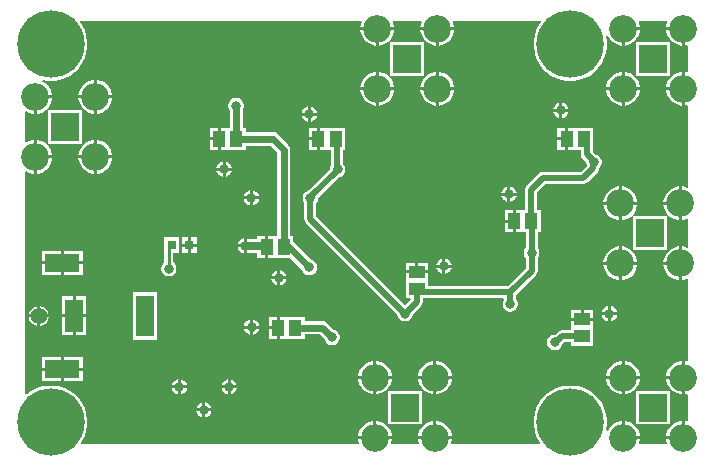
<source format=gtl>
G04*
G04 #@! TF.GenerationSoftware,Altium Limited,Altium Designer,24.1.2 (44)*
G04*
G04 Layer_Physical_Order=1*
G04 Layer_Color=255*
%FSLAX44Y44*%
%MOMM*%
G71*
G04*
G04 #@! TF.SameCoordinates,4DB1EA52-69EA-4262-BFD2-8653D691B8C7*
G04*
G04*
G04 #@! TF.FilePolarity,Positive*
G04*
G01*
G75*
%ADD13C,0.2540*%
%ADD15R,1.3562X1.0546*%
%ADD16R,1.0546X1.3562*%
%ADD17R,0.8000X0.8000*%
%ADD19R,2.3400X2.3400*%
%ADD20C,2.3400*%
%ADD21R,2.3400X2.3400*%
%ADD27C,0.6350*%
%ADD28C,0.6250*%
%ADD29C,0.5000*%
%ADD30C,5.7000*%
%ADD31R,3.0000X1.5000*%
%ADD32C,1.4000*%
%ADD33R,1.5000X3.5000*%
%ADD34R,1.5000X2.8000*%
%ADD35C,0.8000*%
G36*
X552306Y368900D02*
X552130Y368596D01*
X551160Y364975D01*
Y364370D01*
X565400D01*
Y363100D01*
X566670D01*
Y348860D01*
X567275D01*
X568992Y349320D01*
X570000Y348547D01*
Y326853D01*
X568992Y326080D01*
X567275Y326540D01*
X566670D01*
Y312300D01*
Y298060D01*
X567275D01*
X568992Y298520D01*
X570000Y297747D01*
Y229129D01*
X568900Y228494D01*
X568596Y228670D01*
X564975Y229640D01*
X564370D01*
Y215400D01*
Y201160D01*
X564975D01*
X568596Y202130D01*
X568900Y202306D01*
X570000Y201671D01*
Y178329D01*
X568900Y177694D01*
X568596Y177870D01*
X564975Y178840D01*
X564370D01*
Y164600D01*
Y150360D01*
X564975D01*
X568596Y151330D01*
X568900Y151506D01*
X570000Y150871D01*
Y82253D01*
X568992Y81480D01*
X567275Y81940D01*
X566670D01*
Y67700D01*
Y53460D01*
X567275D01*
X568992Y53920D01*
X570000Y53147D01*
Y31453D01*
X568992Y30680D01*
X567275Y31140D01*
X566670D01*
Y16900D01*
X565400D01*
Y15630D01*
X551160D01*
Y15025D01*
X551816Y12578D01*
X550841Y11308D01*
X529159D01*
X528184Y12578D01*
X528840Y15025D01*
Y15630D01*
X514600D01*
Y16900D01*
X513330D01*
Y31140D01*
X512725D01*
X509104Y30170D01*
X505856Y28295D01*
X503205Y25644D01*
X501576Y22821D01*
X500358Y23252D01*
X501040Y27557D01*
Y32443D01*
X500276Y37269D01*
X498766Y41915D01*
X496548Y46269D01*
X493676Y50221D01*
X490221Y53676D01*
X486269Y56548D01*
X481915Y58766D01*
X477269Y60276D01*
X472443Y61040D01*
X467557D01*
X462732Y60276D01*
X458085Y58766D01*
X453731Y56548D01*
X449779Y53676D01*
X446324Y50221D01*
X443452Y46269D01*
X441234Y41915D01*
X439724Y37269D01*
X438960Y32443D01*
Y27557D01*
X439724Y22731D01*
X441234Y18085D01*
X443452Y13731D01*
X444391Y12439D01*
X443815Y11308D01*
X369959D01*
X368984Y12578D01*
X369640Y15025D01*
Y15630D01*
X355400D01*
X341160D01*
Y15025D01*
X341816Y12578D01*
X340841Y11308D01*
X319159D01*
X318184Y12578D01*
X318840Y15025D01*
Y15630D01*
X304600D01*
X290360D01*
Y15025D01*
X291016Y12578D01*
X290041Y11308D01*
X56185D01*
X55609Y12439D01*
X56548Y13731D01*
X58766Y18085D01*
X60276Y22731D01*
X61040Y27557D01*
Y32443D01*
X60276Y37269D01*
X58766Y41915D01*
X56548Y46269D01*
X53676Y50221D01*
X50221Y53676D01*
X46269Y56548D01*
X41915Y58766D01*
X37269Y60276D01*
X32443Y61040D01*
X27557D01*
X22731Y60276D01*
X18085Y58766D01*
X13731Y56548D01*
X9779Y53676D01*
X9660Y53557D01*
X8486Y54043D01*
Y241745D01*
X9586Y242380D01*
X11404Y241330D01*
X15025Y240360D01*
X15630D01*
Y254600D01*
Y268840D01*
X15025D01*
X11404Y267870D01*
X9586Y266820D01*
X8486Y267455D01*
Y292545D01*
X9586Y293180D01*
X11404Y292130D01*
X15025Y291160D01*
X15630D01*
Y305400D01*
X16900D01*
Y306670D01*
X31140D01*
Y307275D01*
X30170Y310896D01*
X28295Y314144D01*
X25644Y316795D01*
X22821Y318424D01*
X23252Y319642D01*
X27557Y318960D01*
X32443D01*
X37269Y319724D01*
X41915Y321234D01*
X46269Y323452D01*
X50221Y326324D01*
X53676Y329779D01*
X56548Y333731D01*
X58766Y338085D01*
X60276Y342732D01*
X61040Y347557D01*
Y352443D01*
X60276Y357269D01*
X58766Y361915D01*
X56548Y366269D01*
X54659Y368868D01*
X55235Y370000D01*
X292780D01*
X293415Y368900D01*
X293240Y368597D01*
X292270Y364975D01*
Y364370D01*
X306510D01*
X320750D01*
Y364975D01*
X319779Y368597D01*
X319604Y368900D01*
X320239Y370000D01*
X343580D01*
X344215Y368900D01*
X344040Y368597D01*
X343070Y364975D01*
Y364370D01*
X357310D01*
X371550D01*
Y364975D01*
X370579Y368597D01*
X370404Y368900D01*
X371039Y370000D01*
X444765D01*
X445341Y368868D01*
X443452Y366269D01*
X441234Y361915D01*
X439724Y357269D01*
X438960Y352443D01*
Y347557D01*
X439724Y342732D01*
X441234Y338085D01*
X443452Y333731D01*
X446324Y329779D01*
X449779Y326324D01*
X453731Y323452D01*
X458085Y321234D01*
X462732Y319724D01*
X467557Y318960D01*
X472443D01*
X477269Y319724D01*
X481915Y321234D01*
X486269Y323452D01*
X490221Y326324D01*
X493676Y329779D01*
X496548Y333731D01*
X498766Y338085D01*
X500276Y342732D01*
X501040Y347557D01*
Y352443D01*
X500358Y356748D01*
X501576Y357179D01*
X503205Y354356D01*
X505856Y351705D01*
X509104Y349830D01*
X512725Y348860D01*
X513330D01*
Y363100D01*
X514600D01*
Y364370D01*
X528840D01*
Y364975D01*
X527870Y368596D01*
X527694Y368900D01*
X528329Y370000D01*
X551671D01*
X552306Y368900D01*
D02*
G37*
%LPC*%
G36*
X371550Y361830D02*
X358580D01*
Y348860D01*
X359184D01*
X362806Y349831D01*
X366053Y351705D01*
X368705Y354357D01*
X370579Y357604D01*
X371550Y361225D01*
Y361830D01*
D02*
G37*
G36*
X356040D02*
X343070D01*
Y361225D01*
X344040Y357604D01*
X345915Y354357D01*
X348566Y351705D01*
X351813Y349831D01*
X355435Y348860D01*
X356040D01*
Y361830D01*
D02*
G37*
G36*
X320750D02*
X307780D01*
Y348860D01*
X308384D01*
X312006Y349831D01*
X315253Y351705D01*
X317905Y354357D01*
X319779Y357604D01*
X320750Y361225D01*
Y361830D01*
D02*
G37*
G36*
X305240D02*
X292270D01*
Y361225D01*
X293240Y357604D01*
X295115Y354357D01*
X297766Y351705D01*
X301013Y349831D01*
X304635Y348860D01*
X305240D01*
Y361830D01*
D02*
G37*
G36*
X564130Y361830D02*
X551160D01*
Y361225D01*
X552130Y357604D01*
X554005Y354356D01*
X556656Y351705D01*
X559904Y349830D01*
X563525Y348860D01*
X564130D01*
Y361830D01*
D02*
G37*
G36*
X528840D02*
X515870D01*
Y348860D01*
X516475D01*
X520096Y349830D01*
X523344Y351705D01*
X525995Y354356D01*
X527870Y357604D01*
X528840Y361225D01*
Y361830D01*
D02*
G37*
G36*
X346150Y351940D02*
X317670D01*
Y323460D01*
X346150D01*
Y351940D01*
D02*
G37*
G36*
X554240Y351940D02*
X525760D01*
Y323460D01*
X554240D01*
Y351940D01*
D02*
G37*
G36*
X359184Y326540D02*
X358580D01*
Y313570D01*
X371550D01*
Y314175D01*
X370579Y317797D01*
X368705Y321044D01*
X366053Y323695D01*
X362806Y325570D01*
X359184Y326540D01*
D02*
G37*
G36*
X308384D02*
X307780D01*
Y313570D01*
X320750D01*
Y314175D01*
X319779Y317797D01*
X317905Y321044D01*
X315253Y323695D01*
X312006Y325570D01*
X308384Y326540D01*
D02*
G37*
G36*
X356040D02*
X355435D01*
X351813Y325570D01*
X348566Y323695D01*
X345915Y321044D01*
X344040Y317797D01*
X343070Y314175D01*
Y313570D01*
X356040D01*
Y326540D01*
D02*
G37*
G36*
X305240D02*
X304635D01*
X301013Y325570D01*
X297766Y323695D01*
X295115Y321044D01*
X293240Y317797D01*
X292270Y314175D01*
Y313570D01*
X305240D01*
Y326540D01*
D02*
G37*
G36*
X516475Y326540D02*
X515870D01*
Y313570D01*
X528840D01*
Y314175D01*
X527870Y317796D01*
X525995Y321044D01*
X523344Y323695D01*
X520096Y325570D01*
X516475Y326540D01*
D02*
G37*
G36*
X564130D02*
X563525D01*
X559904Y325570D01*
X556656Y323695D01*
X554005Y321044D01*
X552130Y317796D01*
X551160Y314175D01*
Y313570D01*
X564130D01*
Y326540D01*
D02*
G37*
G36*
X513330D02*
X512725D01*
X509104Y325570D01*
X505856Y323695D01*
X503205Y321044D01*
X501330Y317796D01*
X500360Y314175D01*
Y313570D01*
X513330D01*
Y326540D01*
D02*
G37*
G36*
X69575Y319640D02*
X68970D01*
Y306670D01*
X81940D01*
Y307275D01*
X80970Y310896D01*
X79095Y314144D01*
X76444Y316795D01*
X73196Y318670D01*
X69575Y319640D01*
D02*
G37*
G36*
X66430D02*
X65825D01*
X62204Y318670D01*
X58956Y316795D01*
X56305Y314144D01*
X54430Y310896D01*
X53460Y307275D01*
Y306670D01*
X66430D01*
Y319640D01*
D02*
G37*
G36*
X371550Y311030D02*
X358580D01*
Y298060D01*
X359184D01*
X362806Y299031D01*
X366053Y300905D01*
X368705Y303557D01*
X370579Y306804D01*
X371550Y310425D01*
Y311030D01*
D02*
G37*
G36*
X356040D02*
X343070D01*
Y310425D01*
X344040Y306804D01*
X345915Y303557D01*
X348566Y300905D01*
X351813Y299031D01*
X355435Y298060D01*
X356040D01*
Y311030D01*
D02*
G37*
G36*
X320750D02*
X307780D01*
Y298060D01*
X308384D01*
X312006Y299031D01*
X315253Y300905D01*
X317905Y303557D01*
X319779Y306804D01*
X320750Y310425D01*
Y311030D01*
D02*
G37*
G36*
X305240D02*
X292270D01*
Y310425D01*
X293240Y306804D01*
X295115Y303557D01*
X297766Y300905D01*
X301013Y299031D01*
X304635Y298060D01*
X305240D01*
Y311030D01*
D02*
G37*
G36*
X564130Y311030D02*
X551160D01*
Y310425D01*
X552130Y306804D01*
X554005Y303556D01*
X556656Y300905D01*
X559904Y299030D01*
X563525Y298060D01*
X564130D01*
Y311030D01*
D02*
G37*
G36*
X528840D02*
X515870D01*
Y298060D01*
X516475D01*
X520096Y299030D01*
X523344Y300905D01*
X525995Y303556D01*
X527870Y306804D01*
X528840Y310425D01*
Y311030D01*
D02*
G37*
G36*
X513330D02*
X500360D01*
Y310425D01*
X501330Y306804D01*
X503205Y303556D01*
X505856Y300905D01*
X509104Y299030D01*
X512725Y298060D01*
X513330D01*
Y311030D01*
D02*
G37*
G36*
X463270Y300430D02*
Y295270D01*
X468430D01*
X468094Y296524D01*
X467233Y298016D01*
X466016Y299233D01*
X464524Y300094D01*
X463270Y300430D01*
D02*
G37*
G36*
X460730D02*
X459476Y300094D01*
X457984Y299233D01*
X456767Y298016D01*
X455906Y296524D01*
X455570Y295270D01*
X460730D01*
Y300430D01*
D02*
G37*
G36*
X250262Y297292D02*
Y292132D01*
X255423D01*
X255087Y293386D01*
X254226Y294878D01*
X253008Y296095D01*
X251517Y296956D01*
X250262Y297292D01*
D02*
G37*
G36*
X247722D02*
X246468Y296956D01*
X244977Y296095D01*
X243759Y294878D01*
X242898Y293386D01*
X242562Y292132D01*
X247722D01*
Y297292D01*
D02*
G37*
G36*
X81940Y304130D02*
X68970D01*
Y291160D01*
X69575D01*
X73196Y292130D01*
X76444Y294005D01*
X79095Y296656D01*
X80970Y299904D01*
X81940Y303525D01*
Y304130D01*
D02*
G37*
G36*
X66430D02*
X53460D01*
Y303525D01*
X54430Y299904D01*
X56305Y296656D01*
X58956Y294005D01*
X62204Y292130D01*
X65825Y291160D01*
X66430D01*
Y304130D01*
D02*
G37*
G36*
X31140D02*
X18170D01*
Y291160D01*
X18775D01*
X22396Y292130D01*
X25644Y294005D01*
X28295Y296656D01*
X30170Y299904D01*
X31140Y303525D01*
Y304130D01*
D02*
G37*
G36*
X468430Y292730D02*
X463270D01*
Y287570D01*
X464524Y287906D01*
X466016Y288767D01*
X467233Y289984D01*
X468094Y291476D01*
X468430Y292730D01*
D02*
G37*
G36*
X460730D02*
X455570D01*
X455906Y291476D01*
X456767Y289984D01*
X457984Y288767D01*
X459476Y287906D01*
X460730Y287570D01*
Y292730D01*
D02*
G37*
G36*
X255423Y289592D02*
X250262D01*
Y284432D01*
X251517Y284768D01*
X253008Y285629D01*
X254226Y286847D01*
X255087Y288338D01*
X255423Y289592D01*
D02*
G37*
G36*
X247722D02*
X242562D01*
X242898Y288338D01*
X243759Y286847D01*
X244977Y285629D01*
X246468Y284768D01*
X247722Y284432D01*
Y289592D01*
D02*
G37*
G36*
X171472Y279321D02*
X164929D01*
Y271270D01*
X171472D01*
Y279321D01*
D02*
G37*
G36*
X465472D02*
X458929D01*
Y271270D01*
X465472D01*
Y279321D01*
D02*
G37*
G36*
X255472D02*
X248929D01*
Y271270D01*
X255472D01*
Y279321D01*
D02*
G37*
G36*
X56540Y294240D02*
X28060D01*
Y265760D01*
X56540D01*
Y294240D01*
D02*
G37*
G36*
X465472Y268730D02*
X458929D01*
Y260679D01*
X465472D01*
Y268730D01*
D02*
G37*
G36*
X255472D02*
X248929D01*
Y260679D01*
X255472D01*
Y268730D01*
D02*
G37*
G36*
X171472D02*
X164929D01*
Y260679D01*
X171472D01*
Y268730D01*
D02*
G37*
G36*
X69575Y268840D02*
X68970D01*
Y255870D01*
X81940D01*
Y256475D01*
X80970Y260096D01*
X79095Y263344D01*
X76444Y265995D01*
X73196Y267870D01*
X69575Y268840D01*
D02*
G37*
G36*
X66430D02*
X65825D01*
X62204Y267870D01*
X58956Y265995D01*
X56305Y263344D01*
X54430Y260096D01*
X53460Y256475D01*
Y255870D01*
X66430D01*
Y268840D01*
D02*
G37*
G36*
X18775D02*
X18170D01*
Y255870D01*
X31140D01*
Y256475D01*
X30170Y260096D01*
X28295Y263344D01*
X25644Y265995D01*
X22396Y267870D01*
X18775Y268840D01*
D02*
G37*
G36*
X178072Y250685D02*
Y245524D01*
X183233D01*
X182897Y246778D01*
X182036Y248270D01*
X180818Y249487D01*
X179327Y250348D01*
X178072Y250685D01*
D02*
G37*
G36*
X175532D02*
X174278Y250348D01*
X172787Y249487D01*
X171569Y248270D01*
X170708Y246778D01*
X170372Y245524D01*
X175532D01*
Y250685D01*
D02*
G37*
G36*
X81940Y253330D02*
X68970D01*
Y240360D01*
X69575D01*
X73196Y241330D01*
X76444Y243205D01*
X79095Y245856D01*
X80970Y249104D01*
X81940Y252725D01*
Y253330D01*
D02*
G37*
G36*
X66430D02*
X53460D01*
Y252725D01*
X54430Y249104D01*
X56305Y245856D01*
X58956Y243205D01*
X62204Y241330D01*
X65825Y240360D01*
X66430D01*
Y253330D01*
D02*
G37*
G36*
X31140D02*
X18170D01*
Y240360D01*
X18775D01*
X22396Y241330D01*
X25644Y243205D01*
X28295Y245856D01*
X30170Y249104D01*
X31140Y252725D01*
Y253330D01*
D02*
G37*
G36*
X183233Y242984D02*
X178072D01*
Y237824D01*
X179327Y238160D01*
X180818Y239021D01*
X182036Y240238D01*
X182897Y241730D01*
X183233Y242984D01*
D02*
G37*
G36*
X175532D02*
X170372D01*
X170708Y241730D01*
X171569Y240238D01*
X172787Y239021D01*
X174278Y238160D01*
X175532Y237824D01*
Y242984D01*
D02*
G37*
G36*
X419270Y229430D02*
Y224270D01*
X424430D01*
X424094Y225524D01*
X423233Y227016D01*
X422016Y228233D01*
X420524Y229094D01*
X419270Y229430D01*
D02*
G37*
G36*
X416730D02*
X415476Y229094D01*
X413984Y228233D01*
X412767Y227016D01*
X411906Y225524D01*
X411570Y224270D01*
X416730D01*
Y229430D01*
D02*
G37*
G36*
X201270Y226430D02*
Y221270D01*
X206430D01*
X206094Y222524D01*
X205233Y224016D01*
X204016Y225233D01*
X202524Y226094D01*
X201270Y226430D01*
D02*
G37*
G36*
X198730D02*
X197476Y226094D01*
X195984Y225233D01*
X194767Y224016D01*
X193906Y222524D01*
X193570Y221270D01*
X198730D01*
Y226430D01*
D02*
G37*
G36*
X514175Y229640D02*
X513570D01*
Y216670D01*
X526540D01*
Y217275D01*
X525570Y220896D01*
X523695Y224144D01*
X521044Y226795D01*
X517797Y228670D01*
X514175Y229640D01*
D02*
G37*
G36*
X561830D02*
X561225D01*
X557604Y228670D01*
X554356Y226795D01*
X551705Y224144D01*
X549831Y220896D01*
X548860Y217275D01*
Y216670D01*
X561830D01*
Y229640D01*
D02*
G37*
G36*
X511030D02*
X510425D01*
X506804Y228670D01*
X503557Y226795D01*
X500905Y224144D01*
X499030Y220896D01*
X498060Y217275D01*
Y216670D01*
X511030D01*
Y229640D01*
D02*
G37*
G36*
X424430Y221730D02*
X419270D01*
Y216570D01*
X420524Y216906D01*
X422016Y217767D01*
X423233Y218984D01*
X424094Y220476D01*
X424430Y221730D01*
D02*
G37*
G36*
X416730D02*
X411570D01*
X411906Y220476D01*
X412767Y218984D01*
X413984Y217767D01*
X415476Y216906D01*
X416730Y216570D01*
Y221730D01*
D02*
G37*
G36*
X206430Y218730D02*
X201270D01*
Y213570D01*
X202524Y213906D01*
X204016Y214767D01*
X205233Y215984D01*
X206094Y217476D01*
X206430Y218730D01*
D02*
G37*
G36*
X198730D02*
X193570D01*
X193906Y217476D01*
X194767Y215984D01*
X195984Y214767D01*
X197476Y213906D01*
X198730Y213570D01*
Y218730D01*
D02*
G37*
G36*
X421230Y209321D02*
X414687D01*
Y201270D01*
X421230D01*
Y209321D01*
D02*
G37*
G36*
X561830Y214130D02*
X548860D01*
Y213525D01*
X549831Y209904D01*
X551705Y206656D01*
X554356Y204005D01*
X557604Y202130D01*
X561225Y201160D01*
X561830D01*
Y214130D01*
D02*
G37*
G36*
X526540D02*
X513570D01*
Y201160D01*
X514175D01*
X517797Y202130D01*
X521044Y204005D01*
X523695Y206656D01*
X525570Y209904D01*
X526540Y213525D01*
Y214130D01*
D02*
G37*
G36*
X511030D02*
X498060D01*
Y213525D01*
X499030Y209904D01*
X500905Y206656D01*
X503557Y204005D01*
X506804Y202130D01*
X510425Y201160D01*
X511030D01*
Y214130D01*
D02*
G37*
G36*
X421230Y198730D02*
X414687D01*
Y190679D01*
X421230D01*
Y198730D01*
D02*
G37*
G36*
X211472Y187821D02*
X204929D01*
Y185193D01*
X197789D01*
X197255Y185501D01*
X196001Y185837D01*
Y179407D01*
Y172976D01*
X197255Y173312D01*
X197789Y173620D01*
X204929D01*
Y169179D01*
X211472D01*
Y178500D01*
Y187821D01*
D02*
G37*
G36*
X154040Y186540D02*
X148770D01*
Y181270D01*
X154040D01*
Y186540D01*
D02*
G37*
G36*
X146230D02*
X140960D01*
Y181270D01*
X146230D01*
Y186540D01*
D02*
G37*
G36*
X193461Y185837D02*
X192207Y185501D01*
X190715Y184640D01*
X189498Y183422D01*
X188637Y181931D01*
X188301Y180677D01*
X193461D01*
Y185837D01*
D02*
G37*
G36*
X551940Y204240D02*
X523460D01*
Y175760D01*
X551940D01*
Y204240D01*
D02*
G37*
G36*
X154040Y178730D02*
X148770D01*
Y173460D01*
X154040D01*
Y178730D01*
D02*
G37*
G36*
X146230D02*
X140960D01*
Y173460D01*
X146230D01*
Y178730D01*
D02*
G37*
G36*
X193461Y178137D02*
X188301D01*
X188637Y176882D01*
X189498Y175391D01*
X190715Y174173D01*
X192207Y173312D01*
X193461Y172976D01*
Y178137D01*
D02*
G37*
G36*
X57540Y175040D02*
X41270D01*
Y166270D01*
X57540D01*
Y175040D01*
D02*
G37*
G36*
X38730D02*
X22460D01*
Y166270D01*
X38730D01*
Y175040D01*
D02*
G37*
G36*
X514175Y178840D02*
X513570D01*
Y165870D01*
X526540D01*
Y166475D01*
X525570Y170096D01*
X523695Y173344D01*
X521044Y175995D01*
X517797Y177870D01*
X514175Y178840D01*
D02*
G37*
G36*
X561830D02*
X561225D01*
X557604Y177870D01*
X554356Y175995D01*
X551705Y173344D01*
X549831Y170096D01*
X548860Y166475D01*
Y165870D01*
X561830D01*
Y178840D01*
D02*
G37*
G36*
X511030D02*
X510425D01*
X506804Y177870D01*
X503557Y175995D01*
X500905Y173344D01*
X499030Y170096D01*
X498060Y166475D01*
Y165870D01*
X511030D01*
Y178840D01*
D02*
G37*
G36*
X364270Y168430D02*
Y163270D01*
X369430D01*
X369094Y164524D01*
X368233Y166016D01*
X367016Y167233D01*
X365524Y168094D01*
X364270Y168430D01*
D02*
G37*
G36*
X361730D02*
X360476Y168094D01*
X358984Y167233D01*
X357767Y166016D01*
X356906Y164524D01*
X356570Y163270D01*
X361730D01*
Y168430D01*
D02*
G37*
G36*
X349321Y165071D02*
X341270D01*
Y158528D01*
X349321D01*
Y165071D01*
D02*
G37*
G36*
X338730D02*
X330679D01*
Y158528D01*
X338730D01*
Y165071D01*
D02*
G37*
G36*
X369430Y160730D02*
X364270D01*
Y155570D01*
X365524Y155906D01*
X367016Y156767D01*
X368233Y157984D01*
X369094Y159476D01*
X369430Y160730D01*
D02*
G37*
G36*
X361730D02*
X356570D01*
X356906Y159476D01*
X357767Y157984D01*
X358984Y156767D01*
X360476Y155906D01*
X361730Y155570D01*
Y160730D01*
D02*
G37*
G36*
X57540Y163730D02*
X41270D01*
Y154960D01*
X57540D01*
Y163730D01*
D02*
G37*
G36*
X38730D02*
X22460D01*
Y154960D01*
X38730D01*
Y163730D01*
D02*
G37*
G36*
X187861Y304540D02*
X186139D01*
X184476Y304094D01*
X182984Y303233D01*
X181767Y302016D01*
X180906Y300524D01*
X180460Y298861D01*
Y297139D01*
X180906Y295476D01*
X181523Y294407D01*
Y279321D01*
X174012D01*
Y270000D01*
Y260679D01*
X195071D01*
Y264265D01*
X215624D01*
X221523Y258367D01*
Y187821D01*
X214012D01*
Y178500D01*
Y169179D01*
X232710D01*
X242740Y159149D01*
X242926Y158455D01*
X243787Y156964D01*
X245005Y155746D01*
X246496Y154886D01*
X248159Y154440D01*
X249881D01*
X251545Y154886D01*
X253036Y155746D01*
X254254Y156964D01*
X255114Y158455D01*
X255560Y160119D01*
Y161841D01*
X255114Y163504D01*
X254254Y164995D01*
X253036Y166213D01*
X251545Y167074D01*
X250851Y167260D01*
X235555Y182555D01*
X235071Y182879D01*
Y187821D01*
X232993D01*
Y260742D01*
X232556Y262937D01*
X231313Y264798D01*
X222055Y274055D01*
X220195Y275299D01*
X218000Y275735D01*
X195071D01*
Y279321D01*
X192993D01*
Y295300D01*
X193094Y295476D01*
X193540Y297139D01*
Y298861D01*
X193094Y300524D01*
X192233Y302016D01*
X191016Y303233D01*
X189524Y304094D01*
X187861Y304540D01*
D02*
G37*
G36*
X224399Y158736D02*
Y153575D01*
X229559D01*
X229223Y154830D01*
X228362Y156321D01*
X227144Y157538D01*
X225653Y158399D01*
X224399Y158736D01*
D02*
G37*
G36*
X221859D02*
X220604Y158399D01*
X219113Y157538D01*
X217896Y156321D01*
X217034Y154830D01*
X216698Y153575D01*
X221859D01*
Y158736D01*
D02*
G37*
G36*
X139040Y186540D02*
X125960D01*
Y173460D01*
X126156D01*
Y165333D01*
X125984Y165233D01*
X124767Y164016D01*
X123906Y162524D01*
X123460Y160861D01*
Y159139D01*
X123906Y157476D01*
X124767Y155984D01*
X125984Y154767D01*
X127476Y153906D01*
X129139Y153460D01*
X130861D01*
X132524Y153906D01*
X134016Y154767D01*
X135233Y155984D01*
X136094Y157476D01*
X136540Y159139D01*
Y160861D01*
X136094Y162524D01*
X135233Y164016D01*
X134016Y165233D01*
X133844Y165333D01*
Y173460D01*
X139040D01*
Y186540D01*
D02*
G37*
G36*
X561830Y163330D02*
X548860D01*
Y162725D01*
X549831Y159104D01*
X551705Y155856D01*
X554356Y153205D01*
X557604Y151330D01*
X561225Y150360D01*
X561830D01*
Y163330D01*
D02*
G37*
G36*
X526540D02*
X513570D01*
Y150360D01*
X514175D01*
X517797Y151330D01*
X521044Y153205D01*
X523695Y155856D01*
X525570Y159104D01*
X526540Y162725D01*
Y163330D01*
D02*
G37*
G36*
X511030D02*
X498060D01*
Y162725D01*
X499030Y159104D01*
X500905Y155856D01*
X503557Y153205D01*
X506804Y151330D01*
X510425Y150360D01*
X511030D01*
Y163330D01*
D02*
G37*
G36*
X229559Y151035D02*
X224399D01*
Y145875D01*
X225653Y146211D01*
X227144Y147072D01*
X228362Y148289D01*
X229223Y149781D01*
X229559Y151035D01*
D02*
G37*
G36*
X221859D02*
X216698D01*
X217034Y149781D01*
X217896Y148289D01*
X219113Y147072D01*
X220604Y146211D01*
X221859Y145875D01*
Y151035D01*
D02*
G37*
G36*
X489071Y279321D02*
X468012D01*
Y270000D01*
Y260679D01*
X478933D01*
Y256781D01*
X479321Y254830D01*
X480426Y253176D01*
X483460Y250142D01*
Y249139D01*
X483906Y247476D01*
X484038Y247247D01*
X478888Y242098D01*
X447000D01*
X445049Y241710D01*
X443395Y240605D01*
X433411Y230620D01*
X432306Y228967D01*
X431918Y227016D01*
Y209321D01*
X423770D01*
Y200000D01*
Y190679D01*
X432160D01*
Y177409D01*
X432025Y177274D01*
X431164Y175782D01*
X430718Y174119D01*
Y172397D01*
X431164Y170734D01*
X432025Y169242D01*
X432160Y169107D01*
Y160369D01*
X416888Y145098D01*
X349321D01*
Y149445D01*
Y155988D01*
X340000D01*
X330679D01*
Y149445D01*
Y134929D01*
X334327D01*
X334664Y133659D01*
X330139Y129135D01*
X254936Y204338D01*
Y215779D01*
X255072Y215915D01*
X255933Y217406D01*
X256378Y219069D01*
Y219715D01*
X274220Y237556D01*
X275524Y237906D01*
X277016Y238767D01*
X278233Y239984D01*
X279094Y241476D01*
X279540Y243139D01*
Y244861D01*
X279094Y246524D01*
X278233Y248016D01*
X277524Y248725D01*
Y260679D01*
X279071D01*
Y279321D01*
X258012D01*
Y270000D01*
Y260679D01*
X267328D01*
Y247256D01*
X266906Y246524D01*
X266460Y244861D01*
Y244216D01*
X248619Y226374D01*
X247314Y226024D01*
X245823Y225163D01*
X244605Y223946D01*
X243744Y222455D01*
X243298Y220791D01*
Y219069D01*
X243744Y217406D01*
X244605Y215915D01*
X244741Y215779D01*
Y202226D01*
X245129Y200275D01*
X246234Y198621D01*
X323599Y121256D01*
Y121064D01*
X324045Y119401D01*
X324906Y117909D01*
X326124Y116692D01*
X327615Y115831D01*
X329278Y115385D01*
X331000D01*
X332664Y115831D01*
X334155Y116692D01*
X335373Y117909D01*
X336234Y119401D01*
X336679Y121064D01*
Y121256D01*
X343605Y128181D01*
X344710Y129835D01*
X345098Y131786D01*
Y134902D01*
X413178D01*
X413702Y133632D01*
X413059Y132517D01*
X412613Y130854D01*
Y129132D01*
X413059Y127469D01*
X413919Y125977D01*
X415137Y124760D01*
X416628Y123899D01*
X418292Y123453D01*
X420014D01*
X421677Y123899D01*
X423168Y124760D01*
X424386Y125977D01*
X425247Y127469D01*
X425693Y129132D01*
Y130854D01*
X425247Y132517D01*
X424386Y134009D01*
X424098Y134297D01*
Y137888D01*
X440863Y154653D01*
X441968Y156307D01*
X442356Y158258D01*
Y169107D01*
X442491Y169242D01*
X443352Y170734D01*
X443798Y172397D01*
Y174119D01*
X443352Y175782D01*
X442491Y177274D01*
X442356Y177409D01*
Y190679D01*
X444829D01*
Y209321D01*
X442114D01*
Y224904D01*
X449112Y231902D01*
X481000D01*
X482951Y232290D01*
X484605Y233395D01*
X493031Y241821D01*
X494136Y243475D01*
X494487Y245238D01*
X495233Y245984D01*
X496094Y247476D01*
X496540Y249139D01*
Y250861D01*
X496094Y252524D01*
X495233Y254016D01*
X494016Y255233D01*
X492524Y256094D01*
X491708Y256313D01*
X489129Y258892D01*
Y267227D01*
X489071Y267518D01*
Y279321D01*
D02*
G37*
G36*
X504270Y128430D02*
Y123270D01*
X509430D01*
X509094Y124524D01*
X508233Y126016D01*
X507016Y127233D01*
X505524Y128094D01*
X504270Y128430D01*
D02*
G37*
G36*
X501730D02*
X500476Y128094D01*
X498984Y127233D01*
X497767Y126016D01*
X496906Y124524D01*
X496570Y123270D01*
X501730D01*
Y128430D01*
D02*
G37*
G36*
X60040Y136540D02*
X51270D01*
Y121270D01*
X60040D01*
Y136540D01*
D02*
G37*
G36*
X48730D02*
X39960D01*
Y121270D01*
X48730D01*
Y136540D01*
D02*
G37*
G36*
X489321Y125071D02*
X481270D01*
Y118528D01*
X489321D01*
Y125071D01*
D02*
G37*
G36*
X478730D02*
X470679D01*
Y118528D01*
X478730D01*
Y125071D01*
D02*
G37*
G36*
X509430Y120730D02*
X504270D01*
Y115570D01*
X505524Y115906D01*
X507016Y116767D01*
X508233Y117984D01*
X509094Y119476D01*
X509430Y120730D01*
D02*
G37*
G36*
X501730D02*
X496570D01*
X496906Y119476D01*
X497767Y117984D01*
X498984Y116767D01*
X500476Y115906D01*
X501730Y115570D01*
Y120730D01*
D02*
G37*
G36*
X201383Y116930D02*
Y111770D01*
X206543D01*
X206207Y113024D01*
X205346Y114516D01*
X204129Y115733D01*
X202637Y116594D01*
X201383Y116930D01*
D02*
G37*
G36*
X198843D02*
X197589Y116594D01*
X196097Y115733D01*
X194880Y114516D01*
X194019Y113024D01*
X193682Y111770D01*
X198843D01*
Y116930D01*
D02*
G37*
G36*
X21119Y128500D02*
X18881D01*
X16719Y127921D01*
X14781Y126802D01*
X13198Y125219D01*
X12079Y123281D01*
X11500Y121119D01*
Y118881D01*
X12079Y116719D01*
X13198Y114781D01*
X14781Y113198D01*
X16719Y112079D01*
X18881Y111500D01*
X21119D01*
X23281Y112079D01*
X25219Y113198D01*
X26802Y114781D01*
X27921Y116719D01*
X28500Y118881D01*
Y121119D01*
X27921Y123281D01*
X26802Y125219D01*
X25219Y126802D01*
X23281Y127921D01*
X21119Y128500D01*
D02*
G37*
G36*
X221472Y119321D02*
X214929D01*
Y111270D01*
X221472D01*
Y119321D01*
D02*
G37*
G36*
X206543Y109230D02*
X201383D01*
Y104070D01*
X202637Y104406D01*
X204129Y105267D01*
X205346Y106484D01*
X206207Y107976D01*
X206543Y109230D01*
D02*
G37*
G36*
X198843D02*
X193682D01*
X194019Y107976D01*
X194880Y106484D01*
X196097Y105267D01*
X197589Y104406D01*
X198843Y104070D01*
Y109230D01*
D02*
G37*
G36*
X60040Y118730D02*
X51270D01*
Y103460D01*
X60040D01*
Y118730D01*
D02*
G37*
G36*
X48730D02*
X39960D01*
Y103460D01*
X48730D01*
Y118730D01*
D02*
G37*
G36*
X221472Y108730D02*
X214929D01*
Y100679D01*
X221472D01*
Y108730D01*
D02*
G37*
G36*
X120040Y140040D02*
X99960D01*
Y99960D01*
X120040D01*
Y140040D01*
D02*
G37*
G36*
X245071Y119321D02*
X224012D01*
Y110000D01*
Y100679D01*
X245071D01*
Y104265D01*
X257624D01*
X261889Y100000D01*
X262075Y99306D01*
X262936Y97815D01*
X264154Y96597D01*
X265645Y95736D01*
X267308Y95291D01*
X269030D01*
X270694Y95736D01*
X272185Y96597D01*
X273403Y97815D01*
X274264Y99306D01*
X274709Y100970D01*
Y102692D01*
X274264Y104355D01*
X273403Y105846D01*
X272185Y107064D01*
X270694Y107925D01*
X270000Y108111D01*
X264055Y114055D01*
X262195Y115299D01*
X260000Y115735D01*
X245071D01*
Y119321D01*
D02*
G37*
G36*
X489321Y115988D02*
X480000D01*
X470679D01*
Y107840D01*
X462744D01*
X460794Y107452D01*
X459140Y106347D01*
X456883Y104090D01*
X455880D01*
X454216Y103644D01*
X452725Y102783D01*
X451507Y101566D01*
X450646Y100074D01*
X450201Y98411D01*
Y96689D01*
X450646Y95026D01*
X451507Y93534D01*
X452725Y92317D01*
X454216Y91456D01*
X455880Y91010D01*
X457602D01*
X459265Y91456D01*
X460756Y92317D01*
X461974Y93534D01*
X462835Y95026D01*
X463053Y95842D01*
X464856Y97644D01*
X470679D01*
Y94929D01*
X489321D01*
Y109445D01*
Y115988D01*
D02*
G37*
G36*
X57540Y85040D02*
X41270D01*
Y76270D01*
X57540D01*
Y85040D01*
D02*
G37*
G36*
X38730D02*
X22460D01*
Y76270D01*
X38730D01*
Y85040D01*
D02*
G37*
G36*
X516475Y81940D02*
X515870D01*
Y68970D01*
X528840D01*
Y69575D01*
X527870Y73196D01*
X525995Y76444D01*
X523344Y79095D01*
X520096Y80970D01*
X516475Y81940D01*
D02*
G37*
G36*
X564130D02*
X563525D01*
X559904Y80970D01*
X556656Y79095D01*
X554005Y76444D01*
X552130Y73196D01*
X551160Y69575D01*
Y68970D01*
X564130D01*
Y81940D01*
D02*
G37*
G36*
X513330D02*
X512725D01*
X509104Y80970D01*
X505856Y79095D01*
X503205Y76444D01*
X501330Y73196D01*
X500360Y69575D01*
Y68970D01*
X513330D01*
Y81940D01*
D02*
G37*
G36*
X357275D02*
X356670D01*
Y68970D01*
X369640D01*
Y69575D01*
X368670Y73196D01*
X366795Y76444D01*
X364144Y79095D01*
X360896Y80970D01*
X357275Y81940D01*
D02*
G37*
G36*
X306475D02*
X305870D01*
Y68970D01*
X318840D01*
Y69575D01*
X317870Y73196D01*
X315995Y76444D01*
X313344Y79095D01*
X310096Y80970D01*
X306475Y81940D01*
D02*
G37*
G36*
X354130D02*
X353525D01*
X349904Y80970D01*
X346656Y79095D01*
X344005Y76444D01*
X342130Y73196D01*
X341160Y69575D01*
Y68970D01*
X354130D01*
Y81940D01*
D02*
G37*
G36*
X303330D02*
X302725D01*
X299104Y80970D01*
X295856Y79095D01*
X293205Y76444D01*
X291330Y73196D01*
X290360Y69575D01*
Y68970D01*
X303330D01*
Y81940D01*
D02*
G37*
G36*
X57540Y73730D02*
X41270D01*
Y64960D01*
X57540D01*
Y73730D01*
D02*
G37*
G36*
X38730D02*
X22460D01*
Y64960D01*
X38730D01*
Y73730D01*
D02*
G37*
G36*
X182493Y66453D02*
Y61293D01*
X187654D01*
X187317Y62547D01*
X186456Y64039D01*
X185239Y65256D01*
X183747Y66117D01*
X182493Y66453D01*
D02*
G37*
G36*
X179953D02*
X178699Y66117D01*
X177207Y65256D01*
X175990Y64039D01*
X175129Y62547D01*
X174793Y61293D01*
X179953D01*
Y66453D01*
D02*
G37*
G36*
X140270Y66430D02*
Y61270D01*
X145430D01*
X145094Y62524D01*
X144233Y64016D01*
X143016Y65233D01*
X141524Y66094D01*
X140270Y66430D01*
D02*
G37*
G36*
X137730D02*
X136476Y66094D01*
X134984Y65233D01*
X133767Y64016D01*
X132906Y62524D01*
X132570Y61270D01*
X137730D01*
Y66430D01*
D02*
G37*
G36*
X187654Y58753D02*
X182493D01*
Y53592D01*
X183747Y53928D01*
X185239Y54790D01*
X186456Y56007D01*
X187317Y57498D01*
X187654Y58753D01*
D02*
G37*
G36*
X179953D02*
X174793D01*
X175129Y57498D01*
X175990Y56007D01*
X177207Y54790D01*
X178699Y53928D01*
X179953Y53592D01*
Y58753D01*
D02*
G37*
G36*
X145430Y58730D02*
X140270D01*
Y53570D01*
X141524Y53906D01*
X143016Y54767D01*
X144233Y55984D01*
X145094Y57476D01*
X145430Y58730D01*
D02*
G37*
G36*
X137730D02*
X132570D01*
X132906Y57476D01*
X133767Y55984D01*
X134984Y54767D01*
X136476Y53906D01*
X137730Y53570D01*
Y58730D01*
D02*
G37*
G36*
X564130Y66430D02*
X551160D01*
Y65825D01*
X552130Y62204D01*
X554005Y58956D01*
X556656Y56305D01*
X559904Y54430D01*
X563525Y53460D01*
X564130D01*
Y66430D01*
D02*
G37*
G36*
X528840D02*
X515870D01*
Y53460D01*
X516475D01*
X520096Y54430D01*
X523344Y56305D01*
X525995Y58956D01*
X527870Y62204D01*
X528840Y65825D01*
Y66430D01*
D02*
G37*
G36*
X513330D02*
X500360D01*
Y65825D01*
X501330Y62204D01*
X503205Y58956D01*
X505856Y56305D01*
X509104Y54430D01*
X512725Y53460D01*
X513330D01*
Y66430D01*
D02*
G37*
G36*
X369640Y66430D02*
X356670D01*
Y53460D01*
X357275D01*
X360896Y54430D01*
X364144Y56305D01*
X366795Y58956D01*
X368670Y62204D01*
X369640Y65825D01*
Y66430D01*
D02*
G37*
G36*
X354130D02*
X341160D01*
Y65825D01*
X342130Y62204D01*
X344005Y58956D01*
X346656Y56305D01*
X349904Y54430D01*
X353525Y53460D01*
X354130D01*
Y66430D01*
D02*
G37*
G36*
X318840D02*
X305870D01*
Y53460D01*
X306475D01*
X310096Y54430D01*
X313344Y56305D01*
X315995Y58956D01*
X317870Y62204D01*
X318840Y65825D01*
Y66430D01*
D02*
G37*
G36*
X303330D02*
X290360D01*
Y65825D01*
X291330Y62204D01*
X293205Y58956D01*
X295856Y56305D01*
X299104Y54430D01*
X302725Y53460D01*
X303330D01*
Y66430D01*
D02*
G37*
G36*
X160964Y46921D02*
Y41761D01*
X166124D01*
X165788Y43015D01*
X164927Y44507D01*
X163709Y45724D01*
X162218Y46585D01*
X160964Y46921D01*
D02*
G37*
G36*
X158424D02*
X157169Y46585D01*
X155678Y45724D01*
X154460Y44507D01*
X153599Y43015D01*
X153263Y41761D01*
X158424D01*
Y46921D01*
D02*
G37*
G36*
X166124Y39221D02*
X160964D01*
Y34060D01*
X162218Y34397D01*
X163709Y35258D01*
X164927Y36475D01*
X165788Y37967D01*
X166124Y39221D01*
D02*
G37*
G36*
X158424D02*
X153263D01*
X153599Y37967D01*
X154460Y36475D01*
X155678Y35258D01*
X157169Y34397D01*
X158424Y34060D01*
Y39221D01*
D02*
G37*
G36*
X554240Y56540D02*
X525760D01*
Y28060D01*
X554240D01*
Y56540D01*
D02*
G37*
G36*
X344240D02*
X315760D01*
Y28060D01*
X344240D01*
Y56540D01*
D02*
G37*
G36*
X516475Y31140D02*
X515870D01*
Y18170D01*
X528840D01*
Y18775D01*
X527870Y22396D01*
X525995Y25644D01*
X523344Y28295D01*
X520096Y30170D01*
X516475Y31140D01*
D02*
G37*
G36*
X564130D02*
X563525D01*
X559904Y30170D01*
X556656Y28295D01*
X554005Y25644D01*
X552130Y22396D01*
X551160Y18775D01*
Y18170D01*
X564130D01*
Y31140D01*
D02*
G37*
G36*
X357275D02*
X356670D01*
Y18170D01*
X369640D01*
Y18775D01*
X368670Y22396D01*
X366795Y25644D01*
X364144Y28295D01*
X360896Y30170D01*
X357275Y31140D01*
D02*
G37*
G36*
X306475D02*
X305870D01*
Y18170D01*
X318840D01*
Y18775D01*
X317870Y22396D01*
X315995Y25644D01*
X313344Y28295D01*
X310096Y30170D01*
X306475Y31140D01*
D02*
G37*
G36*
X354130D02*
X353525D01*
X349904Y30170D01*
X346656Y28295D01*
X344005Y25644D01*
X342130Y22396D01*
X341160Y18775D01*
Y18170D01*
X354130D01*
Y31140D01*
D02*
G37*
G36*
X303330D02*
X302725D01*
X299104Y30170D01*
X295856Y28295D01*
X293205Y25644D01*
X291330Y22396D01*
X290360Y18775D01*
Y18170D01*
X303330D01*
Y31140D01*
D02*
G37*
%LPD*%
G36*
X21270Y128459D02*
Y121270D01*
X28459D01*
X28500Y120000D01*
X28459Y118730D01*
X21270D01*
Y111541D01*
X20000Y111500D01*
X18730Y111541D01*
Y118730D01*
X11541D01*
X11500Y120000D01*
X11541Y121270D01*
X18730D01*
Y128459D01*
X20000Y128500D01*
X21270Y128459D01*
D02*
G37*
D13*
X130000Y160000D02*
Y177500D01*
X132500Y180000D01*
D15*
X480000Y102742D02*
D03*
Y117258D02*
D03*
X340000Y157258D02*
D03*
Y142742D02*
D03*
D16*
X271258Y270000D02*
D03*
X256742D02*
D03*
X422500Y200000D02*
D03*
X437016D02*
D03*
X466742Y270000D02*
D03*
X481258D02*
D03*
X222742Y110000D02*
D03*
X237258D02*
D03*
X212742Y178500D02*
D03*
X227258D02*
D03*
X187258Y270000D02*
D03*
X172742D02*
D03*
D17*
X132500Y180000D02*
D03*
X147500D02*
D03*
D19*
X540000Y42300D02*
D03*
Y337700D02*
D03*
X330000Y42300D02*
D03*
X331910Y337700D02*
D03*
D20*
X514600Y16900D02*
D03*
Y67700D02*
D03*
X565400Y16900D02*
D03*
Y67700D02*
D03*
X563100Y164600D02*
D03*
X512300D02*
D03*
X563100Y215400D02*
D03*
X512300D02*
D03*
X565400Y363100D02*
D03*
Y312300D02*
D03*
X514600Y363100D02*
D03*
Y312300D02*
D03*
X304600Y16900D02*
D03*
Y67700D02*
D03*
X355400Y16900D02*
D03*
Y67700D02*
D03*
X357310Y363100D02*
D03*
Y312300D02*
D03*
X306510Y363100D02*
D03*
Y312300D02*
D03*
X67700Y254600D02*
D03*
X16900D02*
D03*
X67700Y305400D02*
D03*
X16900D02*
D03*
D21*
X537700Y190000D02*
D03*
X42300Y280000D02*
D03*
D27*
X194731Y179407D02*
X211835D01*
X212742Y178500D01*
X200113Y110527D02*
X200639Y110000D01*
X200113Y110500D02*
Y110527D01*
D28*
X187258Y270000D02*
X218000D01*
X227258Y178500D02*
Y260742D01*
X218000Y270000D02*
X227258Y260742D01*
X187000Y298000D02*
X187258Y297742D01*
Y270000D02*
Y297742D01*
X231500Y178500D02*
X249020Y160980D01*
X227258Y178500D02*
X231500D01*
X260000Y110000D02*
X268169Y101831D01*
X237258Y110000D02*
X260000D01*
D29*
X489426Y245426D02*
Y249426D01*
X481000Y237000D02*
X489426Y245426D01*
Y249426D02*
X490000Y250000D01*
Y250812D01*
X437016Y227016D02*
X447000Y237000D01*
X481000D01*
X437258Y173258D02*
Y200000D01*
X437016D02*
Y227016D01*
X484031Y256781D02*
Y267227D01*
X481258Y270000D02*
X484031Y267227D01*
Y256781D02*
X490000Y250812D01*
X457552Y97550D02*
X462744Y102742D01*
X480000D01*
X456740Y97550D02*
X457552D01*
X419000Y130146D02*
X419153Y129993D01*
X419000Y130146D02*
Y140000D01*
X437258Y158258D01*
X342742Y140000D02*
X419000D01*
X340000Y142742D02*
X342742Y140000D01*
X437258Y158258D02*
Y173258D01*
X330139Y121925D02*
X340000Y131786D01*
Y142742D01*
X249839Y202226D02*
X330139Y121925D01*
X249839Y202226D02*
Y219930D01*
Y220384D01*
X272426Y244574D02*
X273000Y244000D01*
X272426Y244574D02*
Y266452D01*
X249839Y220384D02*
X273000Y243546D01*
X272426Y266452D02*
X273616Y267642D01*
X273000Y243546D02*
Y244000D01*
X271258Y270000D02*
X273616Y267642D01*
D30*
X30000Y350000D02*
D03*
X470000Y30000D02*
D03*
Y350000D02*
D03*
X30000Y30000D02*
D03*
D31*
X40000Y165000D02*
D03*
Y75000D02*
D03*
D32*
X20000Y120000D02*
D03*
D33*
X110000D02*
D03*
D34*
X50000D02*
D03*
D35*
X200000Y220000D02*
D03*
X194731Y179407D02*
D03*
X490000Y250000D02*
D03*
X176802Y244254D02*
D03*
X462000Y294000D02*
D03*
X363000Y162000D02*
D03*
X503000Y122000D02*
D03*
X418000Y223000D02*
D03*
X248992Y290862D02*
D03*
X223129Y152305D02*
D03*
X200113Y110500D02*
D03*
X139000Y60000D02*
D03*
X181223Y60023D02*
D03*
X159694Y40491D02*
D03*
X456740Y97550D02*
D03*
X419153Y129993D02*
D03*
X437258Y173258D02*
D03*
X330139Y121925D02*
D03*
X273000Y244000D02*
D03*
X249839Y219930D02*
D03*
X187000Y298000D02*
D03*
X130000Y160000D02*
D03*
X249020Y160980D02*
D03*
X268169Y101831D02*
D03*
M02*

</source>
